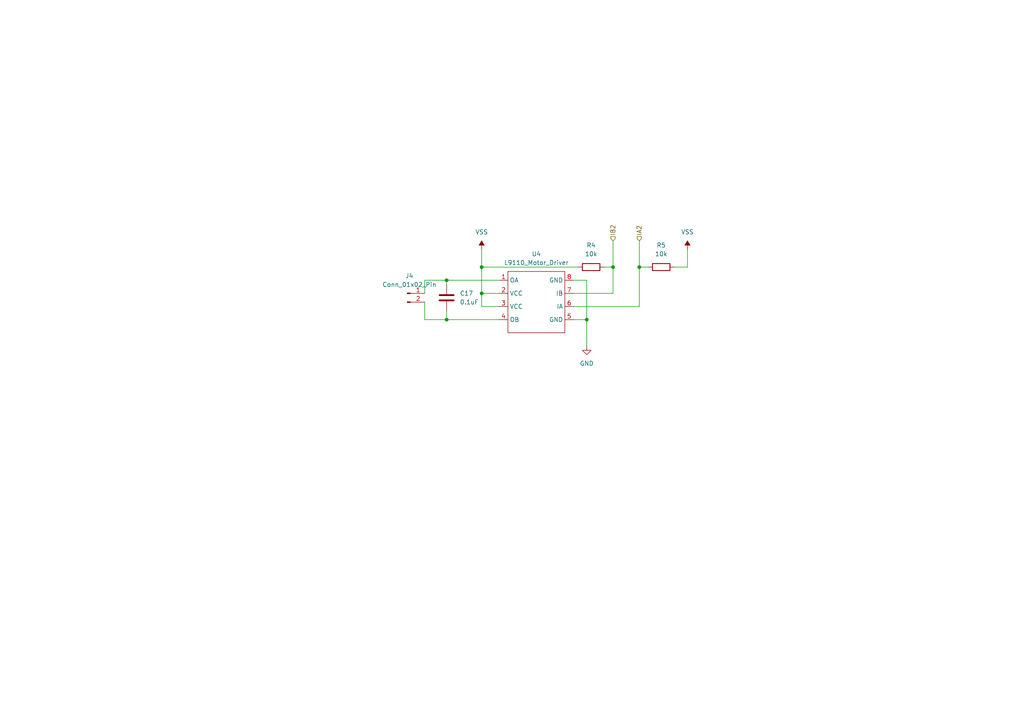
<source format=kicad_sch>
(kicad_sch (version 20230121) (generator eeschema)
  (paper "A4")
  (lib_symbols
    (symbol "CDOG_Symbols:L9110"
      (property "Reference" "U" (at 0 10.16 0))
      (property "Value" "L9110_Motor_Driver" (at 0 -12.7 0))
      (symbol "L9110_0_1"
        (rectangle (start -8.89 7.62) (end 7.62 -10.16))
      )
      (symbol "L9110_1_1"
        (pin output line (at -11.43 5.08 0) (length 2.54) (name "OA") (number "1"))
        (pin power_in line (at -11.43 1.27 0) (length 2.54) (name "VCC") (number "2"))
        (pin power_in line (at -11.43 -2.54 0) (length 2.54) (name "VCC") (number "3"))
        (pin output line (at -11.43 -6.35 0) (length 2.54) (name "OB") (number "4"))
        (pin input line (at 10.16 -6.35 180) (length 2.54) (name "GND") (number "5"))
        (pin input line (at 10.16 -2.54 180) (length 2.54) (name "IA") (number "6"))
        (pin input line (at 10.16 1.27 180) (length 2.54) (name "IB") (number "7"))
        (pin power_in line (at 10.16 5.08 180) (length 2.54) (name "GND") (number "8"))
      )
    )
    (symbol "Connector:Conn_01x02_Pin" (pin_names (offset 1.016) hide)
      (property "Reference" "J" (at 0 2.54 0))
      (property "Value" "Conn_01x02_Pin" (at 0 -5.08 0))
      (symbol "Conn_01x02_Pin_1_1"
        (polyline (pts (xy 1.27 -2.54) (xy 0.8636 -2.54)) (stroke (width 0.1524)))
        (polyline (pts (xy 1.27 0) (xy 0.8636 0)) (stroke (width 0.1524)))
        (rectangle (start 0.8636 -2.413) (end 0 -2.667) (stroke (width 0.1524)) (fill (type outline)))
        (rectangle (start 0.8636 0.127) (end 0 -0.127) (stroke (width 0.1524)) (fill (type outline)))
        (pin passive line (at 5.08 0 180) (length 3.81) (name "Pin_1") (number "1"))
        (pin passive line (at 5.08 -2.54 180) (length 3.81) (name "Pin_2") (number "2"))
      )
    )
    (symbol "Device:C" (pin_numbers hide) (pin_names (offset 0.254))
      (property "Reference" "C" (at 0.635 2.54 0))
      (property "Value" "C" (at 0.635 -2.54 0))
      (symbol "C_0_1"
        (polyline (pts (xy -2.032 -0.762) (xy 2.032 -0.762)) (stroke (width 0.508)))
        (polyline (pts (xy -2.032 0.762) (xy 2.032 0.762)) (stroke (width 0.508)))
      )
      (symbol "C_1_1"
        (pin passive line (at 0 3.81 270) (length 2.794) (name "~") (number "1"))
        (pin passive line (at 0 -3.81 90) (length 2.794) (name "~") (number "2"))
      )
    )
    (symbol "Device:R" (pin_numbers hide) (pin_names (offset 0))
      (property "Reference" "R" (at 2.032 0 90))
      (property "Value" "R" (at 0 0 90))
      (symbol "R_0_1"
        (rectangle (start -1.016 -2.54) (end 1.016 2.54) (stroke (width 0.254)))
      )
      (symbol "R_1_1"
        (pin passive line (at 0 3.81 270) (length 1.27) (name "~") (number "1"))
        (pin passive line (at 0 -3.81 90) (length 1.27) (name "~") (number "2"))
      )
    )
    (symbol "power:GND" (power) (pin_names (offset 0))
      (property "Value" "GND" (at 0 -3.81 0))
      (symbol "GND_0_1"
        (polyline (pts (xy 0 0) (xy 0 -1.27) (xy 1.27 -1.27) (xy 0 -2.54) (xy -1.27 -1.27) (xy 0 -1.27)))
      )
      (symbol "GND_1_1"
        (pin power_in line (at 0 0 270) (length 0) hide (name "GND") (number "1"))
      )
    )
    (symbol "power:VSS" (power) (pin_names (offset 0))
      (property "Value" "VSS" (at 0 3.81 0))
      (symbol "VSS_0_1"
        (polyline (pts (xy 0 0) (xy 0 2.54)))
        (polyline (pts (xy 0.762 1.27) (xy -0.762 1.27) (xy 0 2.54) (xy 0.762 1.27)) (fill (type outline)))
      )
      (symbol "VSS_1_1"
        (pin power_in line (at 0 0 90) (length 0) hide (name "VSS") (number "1"))
      )
    )
  )
  (junction (at 129.54 81.28))
  (junction (at 177.8 77.47))
  (junction (at 185.42 77.47))
  (junction (at 139.7 77.47))
  (junction (at 170.18 92.71))
  (junction (at 129.54 92.71))
  (junction (at 139.7 85.09))
  (wire (pts (xy 177.8 77.47) (xy 177.8 85.09)))
  (wire (pts (xy 199.39 77.47) (xy 195.58 77.47)))
  (wire (pts (xy 185.42 77.47) (xy 187.96 77.47)))
  (wire (pts (xy 144.78 81.28) (xy 129.54 81.28)))
  (wire (pts (xy 177.8 69.85) (xy 177.8 77.47)))
  (wire (pts (xy 144.78 92.71) (xy 129.54 92.71)))
  (wire (pts (xy 166.37 81.28) (xy 170.18 81.28)))
  (wire (pts (xy 199.39 72.39) (xy 199.39 77.47)))
  (wire (pts (xy 123.19 92.71) (xy 123.19 87.63)))
  (wire (pts (xy 129.54 81.28) (xy 123.19 81.28)))
  (wire (pts (xy 166.37 92.71) (xy 170.18 92.71)))
  (wire (pts (xy 185.42 69.85) (xy 185.42 77.47)))
  (wire (pts (xy 170.18 92.71) (xy 170.18 100.33)))
  (wire (pts (xy 123.19 81.28) (xy 123.19 85.09)))
  (wire (pts (xy 170.18 81.28) (xy 170.18 92.71)))
  (wire (pts (xy 139.7 88.9) (xy 139.7 85.09)))
  (wire (pts (xy 129.54 81.28) (xy 129.54 82.55)))
  (wire (pts (xy 166.37 88.9) (xy 185.42 88.9)))
  (wire (pts (xy 144.78 88.9) (xy 139.7 88.9)))
  (wire (pts (xy 129.54 92.71) (xy 123.19 92.71)))
  (wire (pts (xy 175.26 77.47) (xy 177.8 77.47)))
  (wire (pts (xy 185.42 77.47) (xy 185.42 88.9)))
  (wire (pts (xy 129.54 92.71) (xy 129.54 90.17)))
  (wire (pts (xy 139.7 77.47) (xy 167.64 77.47)))
  (wire (pts (xy 144.78 85.09) (xy 139.7 85.09)))
  (wire (pts (xy 166.37 85.09) (xy 177.8 85.09)))
  (wire (pts (xy 139.7 77.47) (xy 139.7 72.39)))
  (wire (pts (xy 139.7 85.09) (xy 139.7 77.47)))
  (hierarchical_label "IB2" (shape input) (at 177.8 69.85 90))
  (hierarchical_label "IA2" (shape input) (at 185.42 69.85 90))
  (symbol (lib_id "power:VSS") (at 139.7 72.39 0) (unit 1)
    (property "Reference" "#PWR03" (effects hide))
    (property "Value" "VSS" (at 139.7 67.31 0))
  )
  (symbol (lib_id "power:VSS") (at 199.39 72.39 0) (unit 1)
    (property "Reference" "#PWR012" (effects hide))
    (property "Value" "VSS" (at 199.39 67.31 0))
  )
  (symbol (lib_id "CDOG_Symbols:L9110") (at 156.21 86.36 0) (unit 1)
    (property "Reference" "U4" (at 155.575 73.66 0))
    (property "Value" "L9110_Motor_Driver" (at 155.575 76.2 0))
    (property "Footprint" "CDOG:L9110S_SOP-8_L4.9-W3.9-P1.27-LS6.0-BL" (effects hide))
    (property "LCSC" "C85174" (effects hide))
    (instances (project "RP2040_Robot_Rover" (path "" (reference "U4") (unit 1))) (project "storper_v0.2" (path "" (reference "U1") (unit 1)) (path "" (reference "U2") (unit 1)) (path "" (reference "U3") (unit 1)) (path "" (reference "U4") (unit 1))))
  )
  (symbol (lib_id "Connector:Conn_01x02_Pin") (at 118.11 85.09 0) (unit 1)
    (property "Reference" "J4" (at 118.745 80.01 0))
    (property "Value" "Conn_01x02_Pin" (at 118.745 82.55 0))
    (property "Footprint" "Connector_PinHeader_2.54mm:PinHeader_1x02_P2.54mm_Vertical" (effects hide))
    (instances (project "RP2040_Robot_Rover" (path "" (reference "J4") (unit 1))) (project "storper_v0.2" (path "" (reference "J1") (unit 1)) (path "" (reference "J2") (unit 1)) (path "" (reference "J3") (unit 1)) (path "" (reference "J4") (unit 1))))
  )
  (symbol (lib_id "Device:C") (at 129.54 86.36 0) (unit 1)
    (property "Reference" "C17" (at 133.35 85.09 0) (effects (justify left)))
    (property "Value" "0.1uF" (at 133.35 87.63 0) (effects (justify left)))
    (property "Footprint" "Capacitor_SMD:C_0805_2012Metric_Pad1.18x1.45mm_HandSolder" (effects hide))
    (property "LCSC" "C49678" (effects hide))
    (instances (project "RP2040_Robot_Rover" (path "" (reference "C17") (unit 1))) (project "storper_v0.2" (path "" (reference "C1") (unit 1)) (path "" (reference "C2") (unit 1)) (path "" (reference "C3") (unit 1)) (path "" (reference "C4") (unit 1))))
  )
  (symbol (lib_id "Device:R") (at 171.45 77.47 90) (unit 1)
    (property "Reference" "R4" (at 171.45 71.12 90))
    (property "Value" "10k" (at 171.45 73.66 90))
    (property "Footprint" "Resistor_SMD:R_0805_2012Metric_Pad1.20x1.40mm_HandSolder" (effects hide))
    (property "LCSC" "C17414" (effects hide))
    (instances (project "RP2040_Robot_Rover" (path "" (reference "R4") (unit 1))) (project "storper_v0.2" (path "" (reference "R1") (unit 1)) (path "" (reference "R3") (unit 1)) (path "" (reference "R5") (unit 1)) (path "" (reference "R7") (unit 1))))
  )
  (symbol (lib_id "power:GND") (at 170.18 100.33 0) (unit 1)
    (property "Reference" "#PWR021" (effects hide))
    (property "Value" "GND" (at 170.18 105.41 0))
    (instances (project "RP2040_Robot_Rover" (path "" (reference "#PWR021") (unit 1))) (project "storper_v0.2" (path "" (reference "#PWR02") (unit 1)) (path "" (reference "#PWR04") (unit 1)) (path "" (reference "#PWR06") (unit 1)) (path "" (reference "#PWR08") (unit 1))))
  )
  (symbol (lib_id "Device:R") (at 191.77 77.47 90) (unit 1)
    (property "Reference" "R5" (at 191.77 71.12 90))
    (property "Value" "10k" (at 191.77 73.66 90))
    (property "Footprint" "Resistor_SMD:R_0805_2012Metric_Pad1.20x1.40mm_HandSolder" (effects hide))
    (property "LCSC" "C17414" (effects hide))
    (instances (project "RP2040_Robot_Rover" (path "" (reference "R5") (unit 1))) (project "storper_v0.2" (path "" (reference "R2") (unit 1)) (path "" (reference "R4") (unit 1)) (path "" (reference "R6") (unit 1)) (path "" (reference "R8") (unit 1))))
  )
)
</source>
